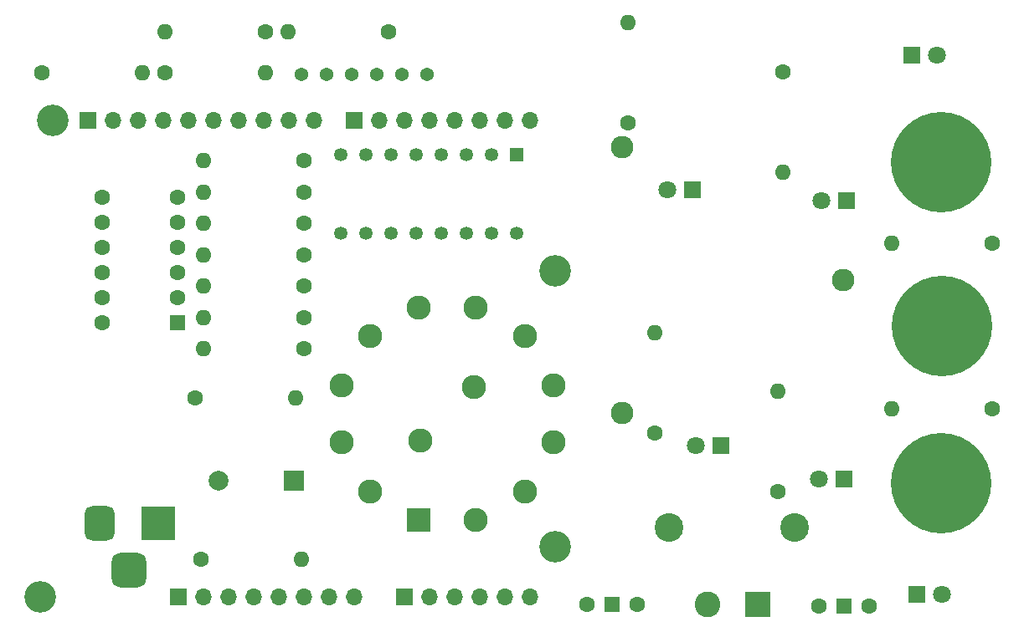
<source format=gbr>
G04 #@! TF.GenerationSoftware,KiCad,Pcbnew,8.0.5*
G04 #@! TF.CreationDate,2024-11-20T16:26:23+01:00*
G04 #@! TF.ProjectId,p2,70322e6b-6963-4616-945f-706362585858,rev?*
G04 #@! TF.SameCoordinates,Original*
G04 #@! TF.FileFunction,Soldermask,Top*
G04 #@! TF.FilePolarity,Negative*
%FSLAX46Y46*%
G04 Gerber Fmt 4.6, Leading zero omitted, Abs format (unit mm)*
G04 Created by KiCad (PCBNEW 8.0.5) date 2024-11-20 16:26:23*
%MOMM*%
%LPD*%
G01*
G04 APERTURE LIST*
G04 Aperture macros list*
%AMRoundRect*
0 Rectangle with rounded corners*
0 $1 Rounding radius*
0 $2 $3 $4 $5 $6 $7 $8 $9 X,Y pos of 4 corners*
0 Add a 4 corners polygon primitive as box body*
4,1,4,$2,$3,$4,$5,$6,$7,$8,$9,$2,$3,0*
0 Add four circle primitives for the rounded corners*
1,1,$1+$1,$2,$3*
1,1,$1+$1,$4,$5*
1,1,$1+$1,$6,$7*
1,1,$1+$1,$8,$9*
0 Add four rect primitives between the rounded corners*
20,1,$1+$1,$2,$3,$4,$5,0*
20,1,$1+$1,$4,$5,$6,$7,0*
20,1,$1+$1,$6,$7,$8,$9,0*
20,1,$1+$1,$8,$9,$2,$3,0*%
G04 Aperture macros list end*
%ADD10C,1.600000*%
%ADD11O,1.600000X1.600000*%
%ADD12R,1.700000X1.700000*%
%ADD13O,1.700000X1.700000*%
%ADD14C,10.160000*%
%ADD15R,1.800000X1.800000*%
%ADD16C,1.800000*%
%ADD17R,1.500000X1.500000*%
%ADD18C,3.200000*%
%ADD19C,1.365000*%
%ADD20R,2.600000X2.600000*%
%ADD21C,2.600000*%
%ADD22R,2.000000X2.000000*%
%ADD23C,2.000000*%
%ADD24R,3.500000X3.500000*%
%ADD25RoundRect,0.750000X-0.750000X-1.000000X0.750000X-1.000000X0.750000X1.000000X-0.750000X1.000000X0*%
%ADD26RoundRect,0.875000X-0.875000X-0.875000X0.875000X-0.875000X0.875000X0.875000X-0.875000X0.875000X0*%
%ADD27R,1.350000X1.350000*%
%ADD28C,1.350000*%
%ADD29R,1.600000X1.600000*%
%ADD30RoundRect,0.102000X-1.125000X-1.125000X1.125000X-1.125000X1.125000X1.125000X-1.125000X1.125000X0*%
%ADD31C,2.454000*%
%ADD32C,2.904000*%
%ADD33C,2.290000*%
G04 APERTURE END LIST*
D10*
G04 #@! TO.C,R19*
X176073000Y-80823000D03*
D11*
X176073000Y-70663000D03*
G04 #@! TD*
D10*
G04 #@! TO.C,R18*
X173406000Y-49454000D03*
D11*
X173406000Y-39294000D03*
G04 #@! TD*
D10*
G04 #@! TO.C,R17*
X188519000Y-86792000D03*
D11*
X188519000Y-76632000D03*
G04 #@! TD*
G04 #@! TO.C,R16*
X189027000Y-54407000D03*
D10*
X189027000Y-44247000D03*
G04 #@! TD*
D12*
G04 #@! TO.C,J1*
X127940000Y-97460000D03*
D13*
X130480000Y-97460000D03*
X133020000Y-97460000D03*
X135560000Y-97460000D03*
X138100000Y-97460000D03*
X140640000Y-97460000D03*
X143180000Y-97460000D03*
X145720000Y-97460000D03*
G04 #@! TD*
D12*
G04 #@! TO.C,J3*
X150800000Y-97460000D03*
D13*
X153340000Y-97460000D03*
X155880000Y-97460000D03*
X158420000Y-97460000D03*
X160960000Y-97460000D03*
X163500000Y-97460000D03*
G04 #@! TD*
D12*
G04 #@! TO.C,J2*
X118796000Y-49200000D03*
D13*
X121336000Y-49200000D03*
X123876000Y-49200000D03*
X126416000Y-49200000D03*
X128956000Y-49200000D03*
X131496000Y-49200000D03*
X134036000Y-49200000D03*
X136576000Y-49200000D03*
X139116000Y-49200000D03*
X141656000Y-49200000D03*
G04 #@! TD*
D12*
G04 #@! TO.C,J4*
X145720000Y-49200000D03*
D13*
X148260000Y-49200000D03*
X150800000Y-49200000D03*
X153340000Y-49200000D03*
X155880000Y-49200000D03*
X158420000Y-49200000D03*
X160960000Y-49200000D03*
X163500000Y-49200000D03*
G04 #@! TD*
D10*
G04 #@! TO.C,R1*
X149149000Y-40183000D03*
D11*
X138989000Y-40183000D03*
G04 #@! TD*
D10*
G04 #@! TO.C,R12*
X140640000Y-53264000D03*
D11*
X130480000Y-53264000D03*
G04 #@! TD*
D14*
G04 #@! TO.C,Banana_GND1*
X205156000Y-70028000D03*
G04 #@! TD*
D10*
G04 #@! TO.C,R9*
X140640000Y-62789000D03*
D11*
X130480000Y-62789000D03*
G04 #@! TD*
D15*
G04 #@! TO.C,D2*
X202611000Y-97206000D03*
D16*
X205151000Y-97206000D03*
G04 #@! TD*
D17*
G04 #@! TO.C,SW2*
X195250000Y-98349000D03*
D10*
X192710000Y-98349000D03*
X197790000Y-98349000D03*
G04 #@! TD*
D15*
G04 #@! TO.C,D6*
X182809000Y-82093000D03*
D16*
X180269000Y-82093000D03*
G04 #@! TD*
D10*
G04 #@! TO.C,R13*
X140640000Y-59614000D03*
D11*
X130480000Y-59614000D03*
G04 #@! TD*
D18*
G04 #@! TO.C,MH1*
X115240000Y-49200000D03*
G04 #@! TD*
D19*
G04 #@! TO.C,RN1*
X153086000Y-44501000D03*
X150546000Y-44501000D03*
X148006000Y-44501000D03*
X145466000Y-44501000D03*
X142926000Y-44501000D03*
X140386000Y-44501000D03*
G04 #@! TD*
D10*
G04 #@! TO.C,R11*
X140640000Y-69139000D03*
D11*
X130480000Y-69139000D03*
G04 #@! TD*
D10*
G04 #@! TO.C,R15*
X140640000Y-72314000D03*
D11*
X130480000Y-72314000D03*
G04 #@! TD*
D10*
G04 #@! TO.C,R2*
X136703000Y-40183000D03*
D11*
X126543000Y-40183000D03*
G04 #@! TD*
D15*
G04 #@! TO.C,D3*
X195504000Y-57328000D03*
D16*
X192964000Y-57328000D03*
G04 #@! TD*
D20*
G04 #@! TO.C,J6*
X186484500Y-98169500D03*
D21*
X181404500Y-98169500D03*
G04 #@! TD*
D10*
G04 #@! TO.C,R8*
X210236000Y-61646000D03*
D11*
X200076000Y-61646000D03*
G04 #@! TD*
D22*
G04 #@! TO.C,BZ1*
X139624000Y-85649000D03*
D23*
X132024000Y-85649000D03*
G04 #@! TD*
D14*
G04 #@! TO.C,Banana_Low1*
X205029000Y-85903000D03*
G04 #@! TD*
D15*
G04 #@! TO.C,D5*
X195255000Y-85522000D03*
D16*
X192715000Y-85522000D03*
G04 #@! TD*
D14*
G04 #@! TO.C,Banana_High1*
X205029000Y-53391000D03*
G04 #@! TD*
D10*
G04 #@! TO.C,R6*
X126543000Y-44374000D03*
D11*
X136703000Y-44374000D03*
G04 #@! TD*
D10*
G04 #@! TO.C,R4*
X114097000Y-44374000D03*
D11*
X124257000Y-44374000D03*
G04 #@! TD*
D18*
G04 #@! TO.C,MH2*
X113970000Y-97460000D03*
G04 #@! TD*
D24*
G04 #@! TO.C,J5*
X125939000Y-90025500D03*
D25*
X119939000Y-90025500D03*
D26*
X122939000Y-94725500D03*
G04 #@! TD*
D10*
G04 #@! TO.C,R7*
X210236000Y-78410000D03*
D11*
X200076000Y-78410000D03*
G04 #@! TD*
D15*
G04 #@! TO.C,D1*
X202108000Y-42596000D03*
D16*
X204648000Y-42596000D03*
G04 #@! TD*
D18*
G04 #@! TO.C,MH3*
X166040000Y-64440000D03*
G04 #@! TD*
D10*
G04 #@! TO.C,R10*
X140640000Y-56439000D03*
D11*
X130480000Y-56439000D03*
G04 #@! TD*
D15*
G04 #@! TO.C,D4*
X179888000Y-56185000D03*
D16*
X177348000Y-56185000D03*
G04 #@! TD*
D18*
G04 #@! TO.C,MH4*
X166040000Y-92380000D03*
G04 #@! TD*
D27*
G04 #@! TO.C,IC1*
X162103000Y-52629000D03*
D28*
X159563000Y-52629000D03*
X157023000Y-52629000D03*
X154483000Y-52629000D03*
X151943000Y-52629000D03*
X149403000Y-52629000D03*
X146863000Y-52629000D03*
X144323000Y-52629000D03*
X144323000Y-60569000D03*
X146863000Y-60569000D03*
X149403000Y-60569000D03*
X151943000Y-60569000D03*
X154483000Y-60569000D03*
X157023000Y-60569000D03*
X159563000Y-60569000D03*
X162103000Y-60569000D03*
G04 #@! TD*
D17*
G04 #@! TO.C,SW1*
X171755000Y-98222000D03*
D10*
X174295000Y-98222000D03*
X169215000Y-98222000D03*
G04 #@! TD*
G04 #@! TO.C,R3*
X129591000Y-77267000D03*
D11*
X139751000Y-77267000D03*
G04 #@! TD*
D10*
G04 #@! TO.C,R5*
X130226000Y-93650000D03*
D11*
X140386000Y-93650000D03*
G04 #@! TD*
D29*
G04 #@! TO.C,DS1*
X127813000Y-69647000D03*
D10*
X127813000Y-67107000D03*
X127813000Y-64567000D03*
X127813000Y-62027000D03*
X127813000Y-59487000D03*
X127813000Y-56947000D03*
X120193000Y-56947000D03*
X120193000Y-59487000D03*
X120193000Y-62027000D03*
X120193000Y-64567000D03*
X120193000Y-67107000D03*
X120193000Y-69647000D03*
G04 #@! TD*
G04 #@! TO.C,R14*
X140640000Y-65964000D03*
D11*
X130480000Y-65964000D03*
G04 #@! TD*
D30*
G04 #@! TO.C,S1*
X152270220Y-89614690D03*
D31*
X147294220Y-86741780D03*
X144421310Y-81765780D03*
X144421310Y-76020000D03*
X147294220Y-71044000D03*
X152270220Y-68171090D03*
X158016000Y-68171090D03*
X162992000Y-71044000D03*
X165864910Y-76020000D03*
X165864910Y-81765780D03*
X162992000Y-86741780D03*
X158016000Y-89614690D03*
X152420750Y-81615250D03*
X157865470Y-76170530D03*
G04 #@! TD*
D32*
G04 #@! TO.C,BT2*
X177511000Y-90437000D03*
X190211000Y-90437000D03*
D33*
X172771000Y-78837000D03*
X195121000Y-65357000D03*
X172771000Y-51867000D03*
G04 #@! TD*
M02*

</source>
